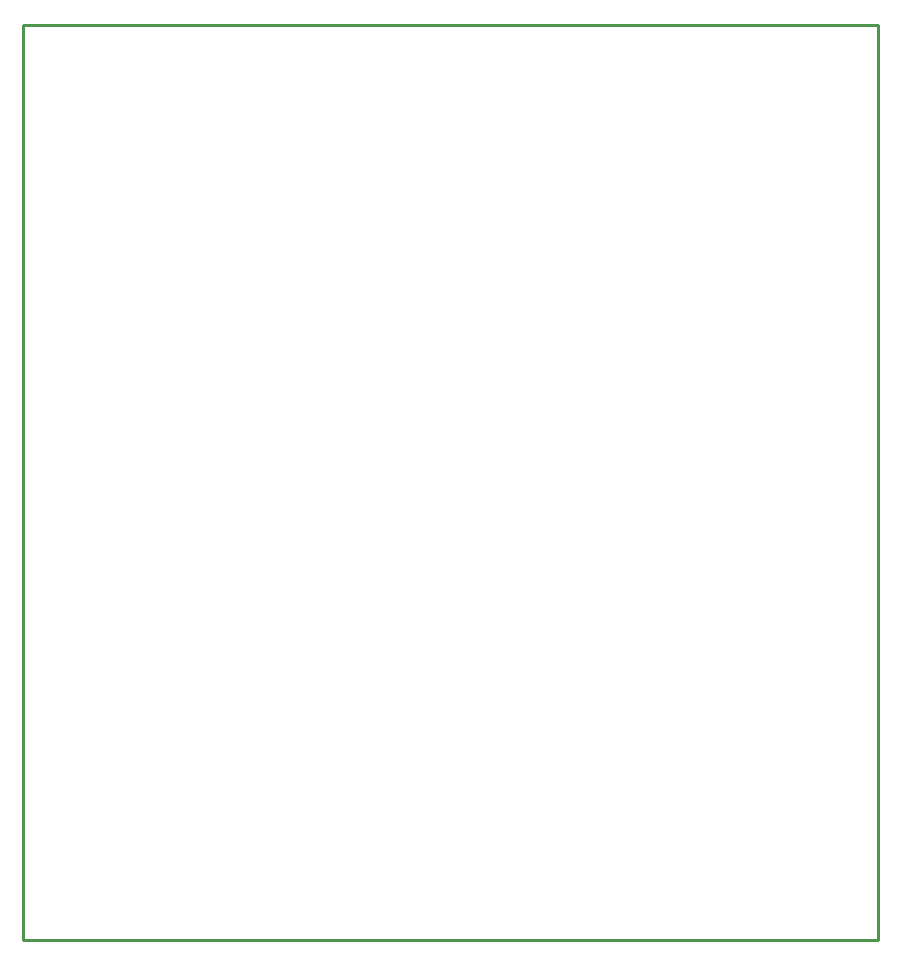
<source format=gbr>
G04 EAGLE Gerber RS-274X export*
G75*
%MOMM*%
%FSLAX34Y34*%
%LPD*%
%IN*%
%IPPOS*%
%AMOC8*
5,1,8,0,0,1.08239X$1,22.5*%
G01*
G04 Define Apertures*
%ADD10C,0.254000*%
D10*
X571500Y63500D02*
X1295400Y63500D01*
X1295400Y838200D01*
X571500Y838200D01*
X571500Y63500D01*
M02*

</source>
